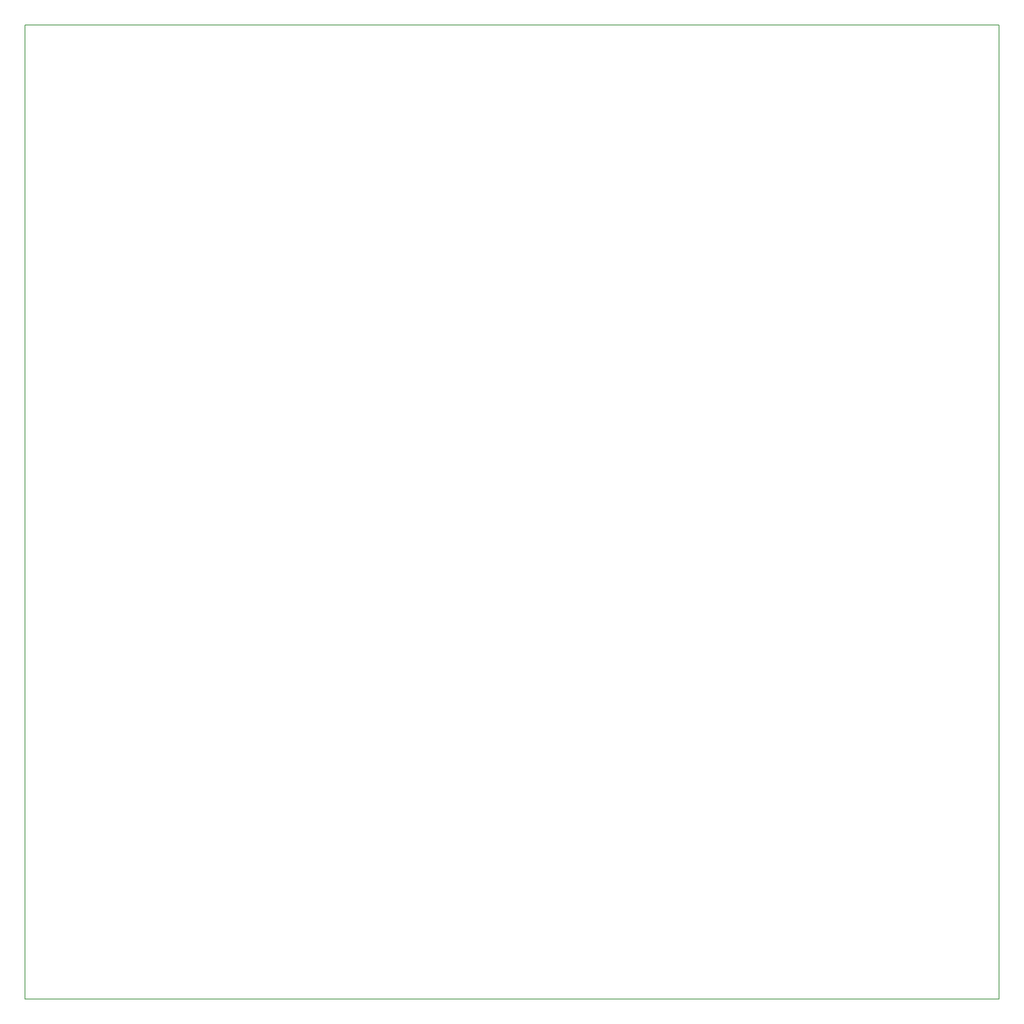
<source format=gm1>
G04 #@! TF.GenerationSoftware,KiCad,Pcbnew,8.0.7*
G04 #@! TF.CreationDate,2025-03-27T18:08:51-05:00*
G04 #@! TF.ProjectId,Chess_board2,43686573-735f-4626-9f61-7264322e6b69,rev?*
G04 #@! TF.SameCoordinates,Original*
G04 #@! TF.FileFunction,Profile,NP*
%FSLAX46Y46*%
G04 Gerber Fmt 4.6, Leading zero omitted, Abs format (unit mm)*
G04 Created by KiCad (PCBNEW 8.0.7) date 2025-03-27 18:08:51*
%MOMM*%
%LPD*%
G01*
G04 APERTURE LIST*
G04 #@! TA.AperFunction,Profile*
%ADD10C,0.200000*%
G04 #@! TD*
G04 APERTURE END LIST*
D10*
X313000000Y-62000000D02*
X531000000Y-62000000D01*
X531000000Y-280000000D01*
X313000000Y-280000000D01*
X313000000Y-62000000D01*
M02*

</source>
